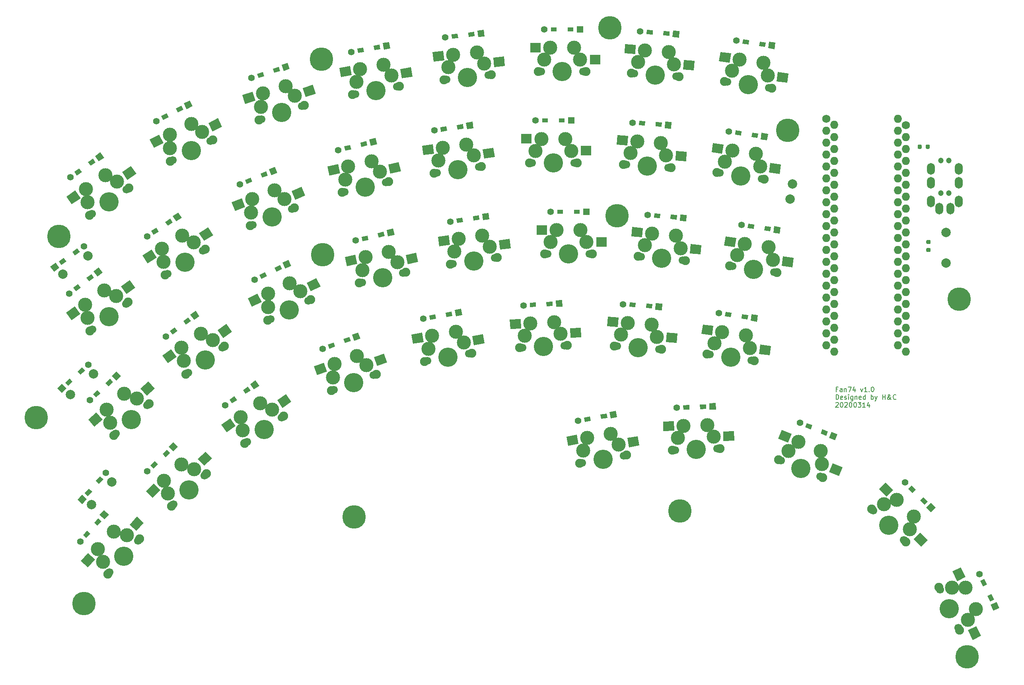
<source format=gts>
G04 #@! TF.GenerationSoftware,KiCad,Pcbnew,(5.1.5)-3*
G04 #@! TF.CreationDate,2020-03-17T07:33:31+09:00*
G04 #@! TF.ProjectId,fan,66616e2e-6b69-4636-9164-5f7063625858,v1.0*
G04 #@! TF.SameCoordinates,Original*
G04 #@! TF.FileFunction,Soldermask,Top*
G04 #@! TF.FilePolarity,Negative*
%FSLAX46Y46*%
G04 Gerber Fmt 4.6, Leading zero omitted, Abs format (unit mm)*
G04 Created by KiCad (PCBNEW (5.1.5)-3) date 2020-03-17 07:33:31*
%MOMM*%
%LPD*%
G04 APERTURE LIST*
%ADD10C,0.150000*%
%ADD11C,5.000000*%
%ADD12O,1.700000X2.500000*%
%ADD13C,1.200000*%
%ADD14C,0.100000*%
%ADD15C,1.397000*%
%ADD16C,3.000000*%
%ADD17C,4.100000*%
%ADD18C,1.900000*%
%ADD19C,1.700000*%
%ADD20R,1.397000X1.397000*%
%ADD21R,1.300000X0.950000*%
%ADD22R,2.300000X2.000000*%
%ADD23C,2.000000*%
%ADD24O,1.727200X1.727200*%
%ADD25C,1.727200*%
G04 APERTURE END LIST*
D10*
X175575203Y-82650672D02*
X175241870Y-82650672D01*
X175241870Y-83174481D02*
X175241870Y-82174481D01*
X175718060Y-82174481D01*
X176527584Y-83174481D02*
X176527584Y-82650672D01*
X176479965Y-82555434D01*
X176384727Y-82507815D01*
X176194251Y-82507815D01*
X176099013Y-82555434D01*
X176527584Y-83126862D02*
X176432346Y-83174481D01*
X176194251Y-83174481D01*
X176099013Y-83126862D01*
X176051394Y-83031624D01*
X176051394Y-82936386D01*
X176099013Y-82841148D01*
X176194251Y-82793529D01*
X176432346Y-82793529D01*
X176527584Y-82745910D01*
X177003775Y-82507815D02*
X177003775Y-83174481D01*
X177003775Y-82603053D02*
X177051394Y-82555434D01*
X177146632Y-82507815D01*
X177289489Y-82507815D01*
X177384727Y-82555434D01*
X177432346Y-82650672D01*
X177432346Y-83174481D01*
X177813298Y-82174481D02*
X178479965Y-82174481D01*
X178051394Y-83174481D01*
X179289489Y-82507815D02*
X179289489Y-83174481D01*
X179051394Y-82126862D02*
X178813298Y-82841148D01*
X179432346Y-82841148D01*
X180479965Y-82507815D02*
X180718060Y-83174481D01*
X180956155Y-82507815D01*
X181860917Y-83174481D02*
X181289489Y-83174481D01*
X181575203Y-83174481D02*
X181575203Y-82174481D01*
X181479965Y-82317339D01*
X181384727Y-82412577D01*
X181289489Y-82460196D01*
X182289489Y-83079243D02*
X182337108Y-83126862D01*
X182289489Y-83174481D01*
X182241870Y-83126862D01*
X182289489Y-83079243D01*
X182289489Y-83174481D01*
X182956155Y-82174481D02*
X183051394Y-82174481D01*
X183146632Y-82222101D01*
X183194251Y-82269720D01*
X183241870Y-82364958D01*
X183289489Y-82555434D01*
X183289489Y-82793529D01*
X183241870Y-82984005D01*
X183194251Y-83079243D01*
X183146632Y-83126862D01*
X183051394Y-83174481D01*
X182956155Y-83174481D01*
X182860917Y-83126862D01*
X182813298Y-83079243D01*
X182765679Y-82984005D01*
X182718060Y-82793529D01*
X182718060Y-82555434D01*
X182765679Y-82364958D01*
X182813298Y-82269720D01*
X182860917Y-82222101D01*
X182956155Y-82174481D01*
X175241870Y-84824481D02*
X175241870Y-83824481D01*
X175479965Y-83824481D01*
X175622822Y-83872101D01*
X175718060Y-83967339D01*
X175765679Y-84062577D01*
X175813298Y-84253053D01*
X175813298Y-84395910D01*
X175765679Y-84586386D01*
X175718060Y-84681624D01*
X175622822Y-84776862D01*
X175479965Y-84824481D01*
X175241870Y-84824481D01*
X176622822Y-84776862D02*
X176527584Y-84824481D01*
X176337108Y-84824481D01*
X176241870Y-84776862D01*
X176194251Y-84681624D01*
X176194251Y-84300672D01*
X176241870Y-84205434D01*
X176337108Y-84157815D01*
X176527584Y-84157815D01*
X176622822Y-84205434D01*
X176670441Y-84300672D01*
X176670441Y-84395910D01*
X176194251Y-84491148D01*
X177051394Y-84776862D02*
X177146632Y-84824481D01*
X177337108Y-84824481D01*
X177432346Y-84776862D01*
X177479965Y-84681624D01*
X177479965Y-84634005D01*
X177432346Y-84538767D01*
X177337108Y-84491148D01*
X177194251Y-84491148D01*
X177099013Y-84443529D01*
X177051394Y-84348291D01*
X177051394Y-84300672D01*
X177099013Y-84205434D01*
X177194251Y-84157815D01*
X177337108Y-84157815D01*
X177432346Y-84205434D01*
X177908536Y-84824481D02*
X177908536Y-84157815D01*
X177908536Y-83824481D02*
X177860917Y-83872101D01*
X177908536Y-83919720D01*
X177956155Y-83872101D01*
X177908536Y-83824481D01*
X177908536Y-83919720D01*
X178813298Y-84157815D02*
X178813298Y-84967339D01*
X178765679Y-85062577D01*
X178718060Y-85110196D01*
X178622822Y-85157815D01*
X178479965Y-85157815D01*
X178384727Y-85110196D01*
X178813298Y-84776862D02*
X178718060Y-84824481D01*
X178527584Y-84824481D01*
X178432346Y-84776862D01*
X178384727Y-84729243D01*
X178337108Y-84634005D01*
X178337108Y-84348291D01*
X178384727Y-84253053D01*
X178432346Y-84205434D01*
X178527584Y-84157815D01*
X178718060Y-84157815D01*
X178813298Y-84205434D01*
X179289489Y-84157815D02*
X179289489Y-84824481D01*
X179289489Y-84253053D02*
X179337108Y-84205434D01*
X179432346Y-84157815D01*
X179575203Y-84157815D01*
X179670441Y-84205434D01*
X179718060Y-84300672D01*
X179718060Y-84824481D01*
X180575203Y-84776862D02*
X180479965Y-84824481D01*
X180289489Y-84824481D01*
X180194251Y-84776862D01*
X180146632Y-84681624D01*
X180146632Y-84300672D01*
X180194251Y-84205434D01*
X180289489Y-84157815D01*
X180479965Y-84157815D01*
X180575203Y-84205434D01*
X180622822Y-84300672D01*
X180622822Y-84395910D01*
X180146632Y-84491148D01*
X181479965Y-84824481D02*
X181479965Y-83824481D01*
X181479965Y-84776862D02*
X181384727Y-84824481D01*
X181194251Y-84824481D01*
X181099013Y-84776862D01*
X181051394Y-84729243D01*
X181003775Y-84634005D01*
X181003775Y-84348291D01*
X181051394Y-84253053D01*
X181099013Y-84205434D01*
X181194251Y-84157815D01*
X181384727Y-84157815D01*
X181479965Y-84205434D01*
X182718060Y-84824481D02*
X182718060Y-83824481D01*
X182718060Y-84205434D02*
X182813298Y-84157815D01*
X183003775Y-84157815D01*
X183099013Y-84205434D01*
X183146632Y-84253053D01*
X183194251Y-84348291D01*
X183194251Y-84634005D01*
X183146632Y-84729243D01*
X183099013Y-84776862D01*
X183003775Y-84824481D01*
X182813298Y-84824481D01*
X182718060Y-84776862D01*
X183527584Y-84157815D02*
X183765679Y-84824481D01*
X184003775Y-84157815D02*
X183765679Y-84824481D01*
X183670441Y-85062577D01*
X183622822Y-85110196D01*
X183527584Y-85157815D01*
X185146632Y-84824481D02*
X185146632Y-83824481D01*
X185146632Y-84300672D02*
X185718060Y-84300672D01*
X185718060Y-84824481D02*
X185718060Y-83824481D01*
X187003775Y-84824481D02*
X186956155Y-84824481D01*
X186860917Y-84776862D01*
X186718060Y-84634005D01*
X186479965Y-84348291D01*
X186384727Y-84205434D01*
X186337108Y-84062577D01*
X186337108Y-83967339D01*
X186384727Y-83872101D01*
X186479965Y-83824481D01*
X186527584Y-83824481D01*
X186622822Y-83872101D01*
X186670441Y-83967339D01*
X186670441Y-84014958D01*
X186622822Y-84110196D01*
X186575203Y-84157815D01*
X186289489Y-84348291D01*
X186241870Y-84395910D01*
X186194251Y-84491148D01*
X186194251Y-84634005D01*
X186241870Y-84729243D01*
X186289489Y-84776862D01*
X186384727Y-84824481D01*
X186527584Y-84824481D01*
X186622822Y-84776862D01*
X186670441Y-84729243D01*
X186813298Y-84538767D01*
X186860917Y-84395910D01*
X186860917Y-84300672D01*
X188003775Y-84729243D02*
X187956155Y-84776862D01*
X187813298Y-84824481D01*
X187718060Y-84824481D01*
X187575203Y-84776862D01*
X187479965Y-84681624D01*
X187432346Y-84586386D01*
X187384727Y-84395910D01*
X187384727Y-84253053D01*
X187432346Y-84062577D01*
X187479965Y-83967339D01*
X187575203Y-83872101D01*
X187718060Y-83824481D01*
X187813298Y-83824481D01*
X187956155Y-83872101D01*
X188003775Y-83919720D01*
X175194251Y-85569720D02*
X175241870Y-85522101D01*
X175337108Y-85474481D01*
X175575203Y-85474481D01*
X175670441Y-85522101D01*
X175718060Y-85569720D01*
X175765679Y-85664958D01*
X175765679Y-85760196D01*
X175718060Y-85903053D01*
X175146632Y-86474481D01*
X175765679Y-86474481D01*
X176384727Y-85474481D02*
X176479965Y-85474481D01*
X176575203Y-85522101D01*
X176622822Y-85569720D01*
X176670441Y-85664958D01*
X176718060Y-85855434D01*
X176718060Y-86093529D01*
X176670441Y-86284005D01*
X176622822Y-86379243D01*
X176575203Y-86426862D01*
X176479965Y-86474481D01*
X176384727Y-86474481D01*
X176289489Y-86426862D01*
X176241870Y-86379243D01*
X176194251Y-86284005D01*
X176146632Y-86093529D01*
X176146632Y-85855434D01*
X176194251Y-85664958D01*
X176241870Y-85569720D01*
X176289489Y-85522101D01*
X176384727Y-85474481D01*
X177099013Y-85569720D02*
X177146632Y-85522101D01*
X177241870Y-85474481D01*
X177479965Y-85474481D01*
X177575203Y-85522101D01*
X177622822Y-85569720D01*
X177670441Y-85664958D01*
X177670441Y-85760196D01*
X177622822Y-85903053D01*
X177051394Y-86474481D01*
X177670441Y-86474481D01*
X178289489Y-85474481D02*
X178384727Y-85474481D01*
X178479965Y-85522101D01*
X178527584Y-85569720D01*
X178575203Y-85664958D01*
X178622822Y-85855434D01*
X178622822Y-86093529D01*
X178575203Y-86284005D01*
X178527584Y-86379243D01*
X178479965Y-86426862D01*
X178384727Y-86474481D01*
X178289489Y-86474481D01*
X178194251Y-86426862D01*
X178146632Y-86379243D01*
X178099013Y-86284005D01*
X178051394Y-86093529D01*
X178051394Y-85855434D01*
X178099013Y-85664958D01*
X178146632Y-85569720D01*
X178194251Y-85522101D01*
X178289489Y-85474481D01*
X179241870Y-85474481D02*
X179337108Y-85474481D01*
X179432346Y-85522101D01*
X179479965Y-85569720D01*
X179527584Y-85664958D01*
X179575203Y-85855434D01*
X179575203Y-86093529D01*
X179527584Y-86284005D01*
X179479965Y-86379243D01*
X179432346Y-86426862D01*
X179337108Y-86474481D01*
X179241870Y-86474481D01*
X179146632Y-86426862D01*
X179099013Y-86379243D01*
X179051394Y-86284005D01*
X179003775Y-86093529D01*
X179003775Y-85855434D01*
X179051394Y-85664958D01*
X179099013Y-85569720D01*
X179146632Y-85522101D01*
X179241870Y-85474481D01*
X179908536Y-85474481D02*
X180527584Y-85474481D01*
X180194251Y-85855434D01*
X180337108Y-85855434D01*
X180432346Y-85903053D01*
X180479965Y-85950672D01*
X180527584Y-86045910D01*
X180527584Y-86284005D01*
X180479965Y-86379243D01*
X180432346Y-86426862D01*
X180337108Y-86474481D01*
X180051394Y-86474481D01*
X179956155Y-86426862D01*
X179908536Y-86379243D01*
X181479965Y-86474481D02*
X180908536Y-86474481D01*
X181194251Y-86474481D02*
X181194251Y-85474481D01*
X181099013Y-85617339D01*
X181003775Y-85712577D01*
X180908536Y-85760196D01*
X182337108Y-85807815D02*
X182337108Y-86474481D01*
X182099013Y-85426862D02*
X181860917Y-86141148D01*
X182479965Y-86141148D01*
D11*
X164929000Y-27489000D03*
X142028329Y-108569541D03*
X5002000Y-88685000D03*
X65725692Y-12299696D03*
X127102649Y-5645937D03*
X9802000Y-50085000D03*
X72628327Y-109869542D03*
X15146651Y-128287934D03*
X128652649Y-45695934D03*
X65952649Y-53995933D03*
X203153649Y-139709608D03*
X201402000Y-63485000D03*
D12*
X197172000Y-44185000D03*
X195422000Y-35685000D03*
X199622000Y-44185000D03*
D13*
X197522000Y-40885000D03*
D12*
X201372000Y-42685000D03*
X201372000Y-38685000D03*
D13*
X199272000Y-40885000D03*
D12*
X199622000Y-44185000D03*
X195422000Y-42685000D03*
X201372000Y-42685000D03*
X201372000Y-35685000D03*
D13*
X199272000Y-33885000D03*
X197522000Y-33885000D03*
X197522000Y-40885000D03*
D12*
X195422000Y-35685000D03*
X201372000Y-35685000D03*
X197172000Y-44185000D03*
X195422000Y-38685000D03*
X201372000Y-38685000D03*
X195422000Y-42685000D03*
D13*
X199272000Y-40885000D03*
D12*
X195422000Y-38685000D03*
D13*
X199272000Y-33885000D03*
X197522000Y-33885000D03*
D14*
G36*
X149643930Y-85606000D02*
G01*
X149692685Y-87002149D01*
X148296536Y-87050904D01*
X148247781Y-85654755D01*
X149643930Y-85606000D01*
G37*
D15*
X141354874Y-86594387D03*
D14*
G36*
X147569499Y-85902078D02*
G01*
X147602653Y-86851499D01*
X146303445Y-86896868D01*
X146270291Y-85947447D01*
X147569499Y-85902078D01*
G37*
G36*
X144021662Y-86025971D02*
G01*
X144054816Y-86975392D01*
X142755608Y-87020761D01*
X142722454Y-86071340D01*
X144021662Y-86025971D01*
G37*
G36*
X153496744Y-91593687D02*
G01*
X153566543Y-93592468D01*
X151267944Y-93672737D01*
X151198145Y-91673956D01*
X153496744Y-91593687D01*
G37*
G36*
X140715836Y-89498458D02*
G01*
X140785635Y-91497239D01*
X138487036Y-91577508D01*
X138417237Y-89578727D01*
X140715836Y-89498458D01*
G37*
D16*
X141580325Y-93050451D03*
X142760907Y-90467676D03*
X149195683Y-92784516D03*
X147837812Y-90290387D03*
D17*
X145476649Y-95455937D03*
D18*
X150553554Y-95278648D03*
X140399744Y-95633226D03*
D19*
X140979390Y-95612985D03*
X149973908Y-95298889D03*
D14*
G36*
X210011995Y-129253605D02*
G01*
X208756380Y-129866010D01*
X208143975Y-128610395D01*
X209399590Y-127997990D01*
X210011995Y-129253605D01*
G37*
D15*
X205737597Y-122083189D03*
D14*
G36*
X208897768Y-127478944D02*
G01*
X208043914Y-127895396D01*
X207474032Y-126726964D01*
X208327886Y-126310512D01*
X208897768Y-127478944D01*
G37*
G36*
X207341551Y-124288225D02*
G01*
X206487697Y-124704677D01*
X205917815Y-123536245D01*
X206771669Y-123119793D01*
X207341551Y-124288225D01*
G37*
G36*
X206109053Y-135208738D02*
G01*
X204311465Y-136085480D01*
X203303211Y-134018254D01*
X205100799Y-133141512D01*
X206109053Y-135208738D01*
G37*
G36*
X202824676Y-122680591D02*
G01*
X201027088Y-123557333D01*
X200018834Y-121490107D01*
X201816422Y-120613365D01*
X202824676Y-122680591D01*
G37*
D16*
X199931388Y-124915067D03*
X202771056Y-124943073D03*
X203271777Y-131763877D03*
X204997981Y-129508946D03*
D17*
X199318645Y-129452935D03*
D18*
X201545570Y-134018809D03*
X197091720Y-124887061D03*
D19*
X197345975Y-125408362D03*
X201291315Y-133497508D03*
D20*
X120762648Y-5995937D03*
D15*
X113142648Y-5995937D03*
D21*
X118727648Y-5995937D03*
X115177648Y-5995937D03*
D22*
X123952648Y-12415937D03*
X111252648Y-9875937D03*
D16*
X113142648Y-12455937D03*
X114412648Y-9915937D03*
X120762648Y-12455936D03*
X119492648Y-9915937D03*
D17*
X116952648Y-14995937D03*
D18*
X122032648Y-14995937D03*
X111872648Y-14995937D03*
D19*
X112452648Y-14995937D03*
X121452648Y-14995937D03*
D14*
G36*
X175537981Y-92259555D02*
G01*
X175014655Y-93554831D01*
X173719379Y-93031505D01*
X174242705Y-91736229D01*
X175537981Y-92259555D01*
G37*
D15*
X167563539Y-89791028D03*
D14*
G36*
X173522469Y-91686288D02*
G01*
X173166592Y-92567113D01*
X171961253Y-92080124D01*
X172317130Y-91199299D01*
X173522469Y-91686288D01*
G37*
G36*
X170230966Y-90356435D02*
G01*
X169875089Y-91237260D01*
X168669750Y-90750271D01*
X169025627Y-89869446D01*
X170230966Y-90356435D01*
G37*
G36*
X176622290Y-99296660D02*
G01*
X175873077Y-101151027D01*
X173740554Y-100289432D01*
X174489767Y-98435065D01*
X176622290Y-99296660D01*
G37*
G36*
X165798556Y-92184109D02*
G01*
X165049343Y-94038476D01*
X162916820Y-93176881D01*
X163666033Y-91322514D01*
X165798556Y-92184109D01*
G37*
D16*
X165143580Y-95780636D03*
X167272605Y-93901339D03*
X172208722Y-98635137D03*
X171982698Y-95804341D03*
D17*
X167724650Y-99562934D03*
D18*
X172434744Y-101465935D03*
X163014556Y-97659933D03*
D19*
X163552323Y-97877204D03*
X171896977Y-101248664D03*
D20*
X122097651Y-44847930D03*
D15*
X114477651Y-44847930D03*
D21*
X120062651Y-44847930D03*
X116512651Y-44847930D03*
D22*
X125287651Y-51267930D03*
X112587651Y-48727930D03*
D16*
X114477651Y-51307930D03*
X115747651Y-48767930D03*
X122097651Y-51307929D03*
X120827651Y-48767930D03*
D17*
X118287651Y-53847930D03*
D18*
X123367651Y-53847930D03*
X113207651Y-53847930D03*
D19*
X113787651Y-53847930D03*
X122787651Y-53847930D03*
D20*
X118862649Y-25395935D03*
D15*
X111242649Y-25395935D03*
D21*
X116827649Y-25395935D03*
X113277649Y-25395935D03*
D22*
X122052649Y-31815935D03*
X109352649Y-29275935D03*
D16*
X111242649Y-31855935D03*
X112512649Y-29315935D03*
X118862649Y-31855934D03*
X117592649Y-29315935D03*
D17*
X115052649Y-34395935D03*
D18*
X120132649Y-34395935D03*
X109972649Y-34395935D03*
D19*
X110552649Y-34395935D03*
X119552649Y-34395935D03*
D14*
G36*
X143489272Y-45527280D02*
G01*
X143367516Y-46918964D01*
X141975832Y-46797208D01*
X142097588Y-45405524D01*
X143489272Y-45527280D01*
G37*
D15*
X135141549Y-45498117D03*
D14*
G36*
X141394222Y-45568341D02*
G01*
X141311424Y-46514726D01*
X140016370Y-46401423D01*
X140099168Y-45455038D01*
X141394222Y-45568341D01*
G37*
G36*
X137857731Y-45258938D02*
G01*
X137774933Y-46205323D01*
X136479879Y-46092020D01*
X136562677Y-45145635D01*
X137857731Y-45258938D01*
G37*
G36*
X146583654Y-51939875D02*
G01*
X146409342Y-53932265D01*
X144118094Y-53731807D01*
X144292406Y-51739417D01*
X146583654Y-51939875D01*
G37*
G36*
X134153357Y-48302662D02*
G01*
X133979045Y-50295052D01*
X131687797Y-50094594D01*
X131862109Y-48102204D01*
X134153357Y-48302662D01*
G37*
D16*
X134578523Y-51933535D03*
X136065066Y-49513888D03*
X142169526Y-52597661D03*
X141125735Y-49956640D03*
D17*
X138152649Y-54795933D03*
D18*
X143213318Y-55238684D03*
X133091980Y-54353182D03*
D19*
X133669773Y-54403732D03*
X142635525Y-55188134D03*
D14*
G36*
X19447806Y-108438555D02*
G01*
X20485979Y-109373330D01*
X19551204Y-110411503D01*
X18513031Y-109476728D01*
X19447806Y-108438555D01*
G37*
D15*
X14400730Y-115087792D03*
D14*
G36*
X18219765Y-110136447D02*
G01*
X18925753Y-110772121D01*
X18055883Y-111738209D01*
X17349895Y-111102535D01*
X18219765Y-110136447D01*
G37*
G36*
X15844352Y-112774612D02*
G01*
X16550340Y-113410286D01*
X15680470Y-114376374D01*
X14974482Y-113740700D01*
X15844352Y-112774612D01*
G37*
G36*
X26431377Y-109826468D02*
G01*
X27917667Y-111164729D01*
X26378667Y-112873962D01*
X24892377Y-111535701D01*
X26431377Y-109826468D01*
G37*
G36*
X16045830Y-117564816D02*
G01*
X17532120Y-118903077D01*
X15993120Y-120612310D01*
X14506830Y-119274049D01*
X16045830Y-117564816D01*
G37*
D16*
X19201446Y-119410376D03*
X18163654Y-116766990D03*
X24300220Y-113747612D03*
X21562837Y-112991815D03*
D17*
X23638421Y-118278586D03*
D18*
X27037604Y-114503410D03*
X20239238Y-122053762D03*
D19*
X20627333Y-121622738D03*
X26649509Y-114934434D03*
D14*
G36*
X196414939Y-107823287D02*
G01*
X195444501Y-108828205D01*
X194439583Y-107857767D01*
X195410021Y-106852849D01*
X196414939Y-107823287D01*
G37*
D15*
X189945892Y-102547230D03*
D14*
G36*
X194760938Y-106536739D02*
G01*
X194101012Y-107220111D01*
X193165870Y-106317055D01*
X193825796Y-105633683D01*
X194760938Y-106536739D01*
G37*
G36*
X192207282Y-104070702D02*
G01*
X191547356Y-104754074D01*
X190612214Y-103851018D01*
X191272140Y-103167646D01*
X192207282Y-104070702D01*
G37*
G36*
X194784147Y-114754166D02*
G01*
X193394830Y-116192846D01*
X191740349Y-114595132D01*
X193129666Y-113156452D01*
X194784147Y-114754166D01*
G37*
G36*
X187412964Y-104104882D02*
G01*
X186023647Y-105543562D01*
X184369166Y-103945848D01*
X185758483Y-102507168D01*
X187412964Y-104104882D01*
G37*
D16*
X185458399Y-107194166D03*
X188136392Y-106249259D03*
X190939769Y-112487462D03*
X191790639Y-109778123D03*
D17*
X186434651Y-111667937D03*
D18*
X190088897Y-115196802D03*
X182780405Y-108139072D03*
D19*
X183197622Y-108541974D03*
X189671680Y-114793900D03*
D14*
G36*
X141926699Y-6335556D02*
G01*
X141829250Y-7729153D01*
X140435653Y-7631704D01*
X140533102Y-6238107D01*
X141926699Y-6335556D01*
G37*
D15*
X133579738Y-6452085D03*
D14*
G36*
X139832684Y-6413174D02*
G01*
X139766415Y-7360860D01*
X138469582Y-7270176D01*
X138535851Y-6322490D01*
X139832684Y-6413174D01*
G37*
G36*
X136291332Y-6165539D02*
G01*
X136225063Y-7113225D01*
X134928230Y-7022541D01*
X134994499Y-6074855D01*
X136291332Y-6165539D01*
G37*
G36*
X145132524Y-12693170D02*
G01*
X144993011Y-14688298D01*
X142698614Y-14527858D01*
X142838127Y-12532730D01*
X145132524Y-12693170D01*
G37*
G36*
X132640642Y-9273450D02*
G01*
X132501129Y-11268578D01*
X130206732Y-11108138D01*
X130346245Y-9113010D01*
X132640642Y-9273450D01*
G37*
D16*
X133129111Y-12896349D03*
X134573199Y-10451127D03*
X140730550Y-13427892D03*
X139640825Y-10805490D03*
D17*
X136752649Y-15695934D03*
D18*
X141820274Y-16050297D03*
X131685024Y-15341571D03*
D19*
X132263611Y-15382030D03*
X141241687Y-16009838D03*
D14*
G36*
X163467043Y-48119282D02*
G01*
X163272618Y-49502687D01*
X161889213Y-49308262D01*
X162083638Y-47924857D01*
X163467043Y-48119282D01*
G37*
D15*
X155132286Y-47653273D03*
D14*
G36*
X161372714Y-48050640D02*
G01*
X161240500Y-48991395D01*
X159953152Y-48810470D01*
X160085366Y-47869715D01*
X161372714Y-48050640D01*
G37*
G36*
X157857262Y-47556575D02*
G01*
X157725048Y-48497330D01*
X156437700Y-48316405D01*
X156569914Y-47375650D01*
X157857262Y-47556575D01*
G37*
G36*
X166221573Y-54685036D02*
G01*
X165943227Y-56665572D01*
X163665611Y-56345474D01*
X163943957Y-54364938D01*
X166221573Y-54685036D01*
G37*
G36*
X153998668Y-50402257D02*
G01*
X153720322Y-52382793D01*
X151442706Y-52062695D01*
X151721052Y-50082159D01*
X153998668Y-50402257D01*
G37*
D16*
X154233227Y-54050405D03*
X155844367Y-51711874D03*
X161779070Y-55110903D03*
X160874929Y-52418873D03*
D17*
X157652649Y-57095935D03*
D18*
X162683211Y-57802934D03*
X152622087Y-56388936D03*
D19*
X153196443Y-56469656D03*
X162108855Y-57722214D03*
D14*
G36*
X158627043Y-66900285D02*
G01*
X158432618Y-68283690D01*
X157049213Y-68089265D01*
X157243638Y-66705860D01*
X158627043Y-66900285D01*
G37*
D15*
X150292286Y-66434276D03*
D14*
G36*
X156532714Y-66831643D02*
G01*
X156400500Y-67772398D01*
X155113152Y-67591473D01*
X155245366Y-66650718D01*
X156532714Y-66831643D01*
G37*
G36*
X153017262Y-66337578D02*
G01*
X152885048Y-67278333D01*
X151597700Y-67097408D01*
X151729914Y-66156653D01*
X153017262Y-66337578D01*
G37*
G36*
X161381573Y-73466039D02*
G01*
X161103227Y-75446575D01*
X158825611Y-75126477D01*
X159103957Y-73145941D01*
X161381573Y-73466039D01*
G37*
G36*
X149158668Y-69183260D02*
G01*
X148880322Y-71163796D01*
X146602706Y-70843698D01*
X146881052Y-68863162D01*
X149158668Y-69183260D01*
G37*
D16*
X149393227Y-72831408D03*
X151004367Y-70492877D03*
X156939070Y-73891906D03*
X156034929Y-71199876D03*
D17*
X152812649Y-75876938D03*
D18*
X157843211Y-76583937D03*
X147782087Y-75169939D03*
D19*
X148356443Y-75250659D03*
X157268855Y-76503217D03*
D14*
G36*
X160767042Y-28219281D02*
G01*
X160572617Y-29602686D01*
X159189212Y-29408261D01*
X159383637Y-28024856D01*
X160767042Y-28219281D01*
G37*
D15*
X152432285Y-27753272D03*
D14*
G36*
X158672713Y-28150639D02*
G01*
X158540499Y-29091394D01*
X157253151Y-28910469D01*
X157385365Y-27969714D01*
X158672713Y-28150639D01*
G37*
G36*
X155157261Y-27656574D02*
G01*
X155025047Y-28597329D01*
X153737699Y-28416404D01*
X153869913Y-27475649D01*
X155157261Y-27656574D01*
G37*
G36*
X163521572Y-34785035D02*
G01*
X163243226Y-36765571D01*
X160965610Y-36445473D01*
X161243956Y-34464937D01*
X163521572Y-34785035D01*
G37*
G36*
X151298667Y-30502256D02*
G01*
X151020321Y-32482792D01*
X148742705Y-32162694D01*
X149021051Y-30182158D01*
X151298667Y-30502256D01*
G37*
D16*
X151533226Y-34150404D03*
X153144366Y-31811873D03*
X159079069Y-35210902D03*
X158174928Y-32518872D03*
D17*
X154952648Y-37195934D03*
D18*
X159983210Y-37902933D03*
X149922086Y-36488935D03*
D19*
X150496442Y-36569655D03*
X159408854Y-37822213D03*
D14*
G36*
X58543485Y-13078911D02*
G01*
X58975181Y-14407537D01*
X57646555Y-14839233D01*
X57214859Y-13510607D01*
X58543485Y-13078911D01*
G37*
D15*
X50847970Y-16313781D03*
D14*
G36*
X56631024Y-13935308D02*
G01*
X56924590Y-14838812D01*
X55688216Y-15240534D01*
X55394650Y-14337030D01*
X56631024Y-13935308D01*
G37*
G36*
X53254774Y-15032319D02*
G01*
X53548340Y-15935823D01*
X52311966Y-16337545D01*
X52018400Y-15434041D01*
X53254774Y-15032319D01*
G37*
G36*
X63897478Y-17772664D02*
G01*
X64515512Y-19674777D01*
X62328082Y-20385516D01*
X61710048Y-18483403D01*
X63897478Y-17772664D01*
G37*
G36*
X51034157Y-19281497D02*
G01*
X51652191Y-21183610D01*
X49464761Y-21894349D01*
X48846727Y-19992236D01*
X51034157Y-19281497D01*
G37*
D16*
X52844220Y-22457606D03*
X53267158Y-19649471D03*
X60091270Y-20102896D03*
X58098525Y-18079665D03*
D17*
X57252648Y-23695935D03*
D18*
X62084015Y-22126129D03*
X52421281Y-25265741D03*
D19*
X52972894Y-25086511D03*
X61532402Y-22305359D03*
D14*
G36*
X34237532Y-93964809D02*
G01*
X35190283Y-94986510D01*
X34168582Y-95939261D01*
X33215831Y-94917560D01*
X34237532Y-93964809D01*
G37*
D15*
X28630142Y-100148862D03*
D14*
G36*
X32866184Y-95549210D02*
G01*
X33514082Y-96243996D01*
X32563322Y-97130594D01*
X31915424Y-96435808D01*
X32866184Y-95549210D01*
G37*
G36*
X30269878Y-97970304D02*
G01*
X30917776Y-98665090D01*
X29967016Y-99551688D01*
X29319118Y-98856902D01*
X30269878Y-97970304D01*
G37*
G36*
X41073563Y-95956099D02*
G01*
X42437560Y-97418807D01*
X40755447Y-98987403D01*
X39391450Y-97524695D01*
X41073563Y-95956099D01*
G37*
G36*
X30053095Y-102759840D02*
G01*
X31417092Y-104222548D01*
X29734979Y-105791144D01*
X28370982Y-104328436D01*
X30053095Y-102759840D01*
G37*
D16*
X33035852Y-104873407D03*
X32232395Y-102149631D03*
X38608766Y-99676579D03*
X35947672Y-98685079D03*
D17*
X37554585Y-104132632D03*
D18*
X41269862Y-100668080D03*
X33839308Y-107597184D03*
D19*
X34263493Y-107201625D03*
X40845677Y-101063639D03*
D14*
G36*
X51676964Y-80753418D02*
G01*
X52478250Y-81897774D01*
X51333894Y-82699060D01*
X50532608Y-81554704D01*
X51676964Y-80753418D01*
G37*
D15*
X45263491Y-86096892D03*
D14*
G36*
X50098455Y-82131545D02*
G01*
X50643353Y-82909740D01*
X49578455Y-83655389D01*
X49033557Y-82877194D01*
X50098455Y-82131545D01*
G37*
G36*
X47190465Y-84167742D02*
G01*
X47735363Y-84945937D01*
X46670465Y-85691586D01*
X46125567Y-84913391D01*
X47190465Y-84167742D01*
G37*
G36*
X58169333Y-83676722D02*
G01*
X59316486Y-85315026D01*
X57432437Y-86634252D01*
X56285284Y-84995948D01*
X58169333Y-83676722D01*
G37*
G36*
X46309218Y-88880496D02*
G01*
X47456371Y-90518800D01*
X45572322Y-91838026D01*
X44425169Y-90199722D01*
X46309218Y-88880496D01*
G37*
D16*
X48968795Y-91388614D03*
X48552234Y-88579526D03*
X55210733Y-87017961D03*
X52713526Y-85665757D03*
D17*
X53546648Y-91283934D03*
D18*
X57707940Y-88370166D03*
X49385356Y-94197702D03*
D19*
X49860464Y-93865028D03*
X57232832Y-88702840D03*
D14*
G36*
X101270502Y-45075361D02*
G01*
X101464927Y-46458766D01*
X100081522Y-46653191D01*
X99887097Y-45269786D01*
X101270502Y-45075361D01*
G37*
D15*
X93130170Y-46924775D03*
D14*
G36*
X99238384Y-45586653D02*
G01*
X99370598Y-46527408D01*
X98083250Y-46708333D01*
X97951036Y-45767578D01*
X99238384Y-45586653D01*
G37*
G36*
X95722932Y-46080718D02*
G01*
X95855146Y-47021473D01*
X94567798Y-47202398D01*
X94435584Y-46261643D01*
X95722932Y-46080718D01*
G37*
G36*
X105728094Y-50627518D02*
G01*
X106006440Y-52608054D01*
X103728824Y-52928152D01*
X103450478Y-50947616D01*
X105728094Y-50627518D01*
G37*
G36*
X92798190Y-49879735D02*
G01*
X93076536Y-51860271D01*
X90798920Y-52180369D01*
X90520574Y-50199833D01*
X92798190Y-49879735D01*
G37*
D16*
X94029228Y-53321907D03*
X94933369Y-50629876D03*
X101575071Y-52261407D03*
X99963931Y-49922877D03*
D17*
X98155649Y-55306938D03*
D18*
X103186211Y-54599939D03*
X93125087Y-56013937D03*
D19*
X93699443Y-55933217D03*
X102611855Y-54680659D03*
D14*
G36*
X58689319Y-55077588D02*
G01*
X59301724Y-56333203D01*
X58046109Y-56945608D01*
X57433704Y-55689993D01*
X58689319Y-55077588D01*
G37*
D15*
X51518903Y-59351986D03*
D14*
G36*
X56914658Y-56191815D02*
G01*
X57331110Y-57045669D01*
X56162678Y-57615551D01*
X55746226Y-56761697D01*
X56914658Y-56191815D01*
G37*
G36*
X53723939Y-57748032D02*
G01*
X54140391Y-58601886D01*
X52971959Y-59171768D01*
X52555507Y-58317914D01*
X53723939Y-57748032D01*
G37*
G36*
X64644452Y-58980530D02*
G01*
X65521194Y-60778118D01*
X63453968Y-61786372D01*
X62577226Y-59988784D01*
X64644452Y-58980530D01*
G37*
G36*
X52116305Y-62264907D02*
G01*
X52993047Y-64062495D01*
X50925821Y-65070749D01*
X50049079Y-63273161D01*
X52116305Y-62264907D01*
G37*
D16*
X54350781Y-65158195D03*
X54378787Y-62318527D03*
X61199591Y-61817806D03*
X58944660Y-60091602D03*
D17*
X58888649Y-65770938D03*
D18*
X63454523Y-63544013D03*
X54322775Y-67997863D03*
D19*
X54844076Y-67743608D03*
X62933222Y-63798268D03*
D14*
G36*
X37666725Y-21107695D02*
G01*
X38300949Y-22352431D01*
X37056213Y-22986655D01*
X36421989Y-21741919D01*
X37666725Y-21107695D01*
G37*
D15*
X30572000Y-25506583D03*
D14*
G36*
X35911780Y-22252724D02*
G01*
X36343071Y-23099180D01*
X35184762Y-23689368D01*
X34753471Y-22842912D01*
X35911780Y-22252724D01*
G37*
G36*
X32748707Y-23864390D02*
G01*
X33179998Y-24710846D01*
X32021689Y-25301034D01*
X31590398Y-24454578D01*
X32748707Y-23864390D01*
G37*
G36*
X43689066Y-24906112D02*
G01*
X44597047Y-26688125D01*
X42547732Y-27732304D01*
X41639751Y-25950291D01*
X43689066Y-24906112D01*
G37*
G36*
X31220147Y-28408634D02*
G01*
X32128128Y-30190647D01*
X30078813Y-31234826D01*
X29170832Y-29452813D01*
X31220147Y-28408634D01*
G37*
D16*
X33504778Y-31262485D03*
X33483221Y-28422761D03*
X40294248Y-27803077D03*
X38009534Y-26116489D03*
D17*
X38052649Y-31795938D03*
D18*
X42578962Y-29489666D03*
X33526336Y-34102210D03*
D19*
X34043120Y-33838895D03*
X42062178Y-29752981D03*
D14*
G36*
X80947908Y-48430818D02*
G01*
X81262165Y-49792013D01*
X79900970Y-50106270D01*
X79586713Y-48745075D01*
X80947908Y-48430818D01*
G37*
D15*
X72999740Y-50982671D03*
D14*
G36*
X78968085Y-49117275D02*
G01*
X79181788Y-50042927D01*
X77915107Y-50335363D01*
X77701404Y-49409711D01*
X78968085Y-49117275D01*
G37*
G36*
X75509072Y-49915852D02*
G01*
X75722775Y-50841504D01*
X74456094Y-51133940D01*
X74242391Y-50208288D01*
X75509072Y-49915852D01*
G37*
G36*
X85872441Y-53573342D02*
G01*
X86322343Y-55522082D01*
X84081291Y-56039470D01*
X83631389Y-54090730D01*
X85872441Y-53573342D01*
G37*
G36*
X72926565Y-53955320D02*
G01*
X73376467Y-55904060D01*
X71135415Y-56421448D01*
X70685513Y-54472708D01*
X72926565Y-53955320D01*
G37*
D16*
X74452923Y-57277102D03*
X75118998Y-54516514D03*
X81877623Y-55562974D03*
X80068798Y-53373762D03*
D17*
X78736649Y-58894938D03*
D18*
X83686449Y-57752187D03*
X73786849Y-60037689D03*
D19*
X74351984Y-59907218D03*
X83121314Y-57882658D03*
D14*
G36*
X35204614Y-44987582D02*
G01*
X35965475Y-46159205D01*
X34793852Y-46920066D01*
X34032991Y-45748443D01*
X35204614Y-44987582D01*
G37*
D15*
X28608563Y-50103974D03*
D14*
G36*
X33578970Y-46309781D02*
G01*
X34096377Y-47106518D01*
X33006106Y-47814549D01*
X32488699Y-47017812D01*
X33578970Y-46309781D01*
G37*
G36*
X30601689Y-48243249D02*
G01*
X31119096Y-49039986D01*
X30028825Y-49748017D01*
X29511418Y-48951280D01*
X30601689Y-48243249D01*
G37*
G36*
X41591006Y-48135686D02*
G01*
X42680284Y-49813027D01*
X40751342Y-51065696D01*
X39662064Y-49388355D01*
X41591006Y-48135686D01*
G37*
G36*
X29556507Y-52922378D02*
G01*
X30645785Y-54599719D01*
X28716843Y-55852388D01*
X27627565Y-54175047D01*
X29556507Y-52922378D01*
G37*
D16*
X32126931Y-55521785D03*
X31808659Y-52699871D03*
X38517600Y-51371635D03*
X36069106Y-49933104D03*
D17*
X36705649Y-55576934D03*
D18*
X40966095Y-52810168D03*
X32445203Y-58343700D03*
D19*
X32931631Y-58027810D03*
X40479667Y-53126058D03*
D14*
G36*
X22126555Y-78888769D02*
G01*
X23061330Y-79926942D01*
X22023157Y-80861717D01*
X21088382Y-79823544D01*
X22126555Y-78888769D01*
G37*
D15*
X16412093Y-84974018D03*
D14*
G36*
X20727764Y-80448995D02*
G01*
X21363438Y-81154983D01*
X20397350Y-82024853D01*
X19761676Y-81318865D01*
X20727764Y-80448995D01*
G37*
G36*
X18089599Y-82824408D02*
G01*
X18725273Y-83530396D01*
X17759185Y-84400266D01*
X17123511Y-83694278D01*
X18089599Y-82824408D01*
G37*
G36*
X28926793Y-80999061D02*
G01*
X30265054Y-82485351D01*
X28555821Y-84024351D01*
X27217560Y-82538061D01*
X28926793Y-80999061D01*
G37*
G36*
X17789262Y-87609432D02*
G01*
X19127523Y-89095722D01*
X17418290Y-90634722D01*
X16080029Y-89148432D01*
X17789262Y-87609432D01*
G37*
D16*
X20734676Y-89774734D03*
X19978879Y-87037350D03*
X26397439Y-84675958D03*
X23754054Y-83638167D03*
D17*
X25265650Y-89112934D03*
D18*
X29040826Y-85713751D03*
X21490474Y-92512117D03*
D19*
X21921498Y-92124022D03*
X28609802Y-86101846D03*
D14*
G36*
X97867502Y-25664357D02*
G01*
X98061927Y-27047762D01*
X96678522Y-27242187D01*
X96484097Y-25858782D01*
X97867502Y-25664357D01*
G37*
D15*
X89727170Y-27513771D03*
D14*
G36*
X95835384Y-26175649D02*
G01*
X95967598Y-27116404D01*
X94680250Y-27297329D01*
X94548036Y-26356574D01*
X95835384Y-26175649D01*
G37*
G36*
X92319932Y-26669714D02*
G01*
X92452146Y-27610469D01*
X91164798Y-27791394D01*
X91032584Y-26850639D01*
X92319932Y-26669714D01*
G37*
G36*
X102325094Y-31216514D02*
G01*
X102603440Y-33197050D01*
X100325824Y-33517148D01*
X100047478Y-31536612D01*
X102325094Y-31216514D01*
G37*
G36*
X89395190Y-30468731D02*
G01*
X89673536Y-32449267D01*
X87395920Y-32769365D01*
X87117574Y-30788829D01*
X89395190Y-30468731D01*
G37*
D16*
X90626228Y-33910903D03*
X91530369Y-31218872D03*
X98172071Y-32850403D03*
X96560931Y-30511873D03*
D17*
X94752649Y-35895934D03*
D18*
X99783211Y-35188935D03*
X89722087Y-36602933D03*
D19*
X90296443Y-36522213D03*
X99208855Y-35269655D03*
D14*
G36*
X55808733Y-35245730D02*
G01*
X56332059Y-36541006D01*
X55036783Y-37064332D01*
X54513457Y-35769056D01*
X55808733Y-35245730D01*
G37*
D15*
X48357617Y-39009533D03*
D14*
G36*
X53960670Y-36233449D02*
G01*
X54316547Y-37114274D01*
X53111208Y-37601263D01*
X52755331Y-36720438D01*
X53960670Y-36233449D01*
G37*
G36*
X50669167Y-37563302D02*
G01*
X51025044Y-38444127D01*
X49819705Y-38931116D01*
X49463828Y-38050291D01*
X50669167Y-37563302D01*
G37*
G36*
X61477104Y-39554576D02*
G01*
X62226317Y-41408943D01*
X60093794Y-42270538D01*
X59344581Y-40416171D01*
X61477104Y-39554576D01*
G37*
G36*
X48750368Y-41957032D02*
G01*
X49499581Y-43811399D01*
X47367058Y-44672994D01*
X46617845Y-42818627D01*
X48750368Y-41957032D01*
G37*
D16*
X50777576Y-44999141D03*
X51003599Y-42168344D03*
X57842716Y-42144638D03*
X55713692Y-40265342D03*
D17*
X55261647Y-45926937D03*
D18*
X59971741Y-44023936D03*
X50551553Y-47829938D03*
D19*
X51089320Y-47612667D03*
X59433974Y-44241207D03*
D14*
G36*
X18289593Y-56702084D02*
G01*
X19130329Y-57817778D01*
X18014635Y-58658514D01*
X17173899Y-57542820D01*
X18289593Y-56702084D01*
G37*
D15*
X12066511Y-62266130D03*
D14*
G36*
X16760142Y-58134461D02*
G01*
X17331866Y-58893165D01*
X16293640Y-59675525D01*
X15721916Y-58916821D01*
X16760142Y-58134461D01*
G37*
G36*
X13924986Y-60270904D02*
G01*
X14496710Y-61029608D01*
X13458484Y-61811968D01*
X12886760Y-61053264D01*
X13924986Y-60270904D01*
G37*
G36*
X24880030Y-59397026D02*
G01*
X26083660Y-60994297D01*
X24246798Y-62378472D01*
X23043168Y-60781201D01*
X24880030Y-59397026D01*
G37*
G36*
X13208749Y-65011543D02*
G01*
X14412379Y-66608814D01*
X12575517Y-67992989D01*
X11371887Y-66395718D01*
X13208749Y-65011543D01*
G37*
D16*
X15954237Y-67425315D03*
X15439893Y-64632476D03*
X22039839Y-62839484D03*
X19496962Y-61575255D03*
D17*
X20525648Y-67160934D03*
D18*
X24582716Y-64103714D03*
X16468580Y-70218154D03*
D19*
X16931788Y-69869102D03*
X24119508Y-64452766D03*
D14*
G36*
X73523555Y-70561422D02*
G01*
X74001357Y-71874172D01*
X72688607Y-72351974D01*
X72210805Y-71039224D01*
X73523555Y-70561422D01*
G37*
D15*
X65945623Y-74062891D03*
D14*
G36*
X71642147Y-71484042D02*
G01*
X71967066Y-72376750D01*
X70745465Y-72821376D01*
X70420546Y-71928668D01*
X71642147Y-71484042D01*
G37*
G36*
X68306238Y-72698213D02*
G01*
X68631157Y-73590921D01*
X67409556Y-74035547D01*
X67084637Y-73142839D01*
X68306238Y-72698213D01*
G37*
G36*
X79038095Y-75065464D02*
G01*
X79722136Y-76944849D01*
X77560843Y-77731496D01*
X76876802Y-75852111D01*
X79038095Y-75065464D01*
G37*
G36*
X66235268Y-77022301D02*
G01*
X66919309Y-78901686D01*
X64758016Y-79688333D01*
X64073975Y-77808948D01*
X66235268Y-77022301D01*
G37*
D16*
X68155073Y-80133305D03*
X68479751Y-77312121D03*
X75315530Y-77527111D03*
X73253390Y-75574658D03*
D17*
X72604033Y-81217028D03*
D18*
X77377672Y-79479566D03*
X67830394Y-82954490D03*
D19*
X68375416Y-82756119D03*
X76832650Y-79677937D03*
D14*
G36*
X80108527Y-8661886D02*
G01*
X80351113Y-10037662D01*
X78975337Y-10280248D01*
X78732751Y-8904472D01*
X80108527Y-8661886D01*
G37*
D15*
X72037697Y-10794266D03*
D14*
G36*
X78095490Y-9243786D02*
G01*
X78260456Y-10179353D01*
X76980206Y-10405096D01*
X76815240Y-9469529D01*
X78095490Y-9243786D01*
G37*
G36*
X74599423Y-9860237D02*
G01*
X74764389Y-10795804D01*
X73484139Y-11021547D01*
X73319173Y-10085980D01*
X74599423Y-9860237D01*
G37*
G36*
X84757171Y-14055092D02*
G01*
X85104467Y-16024707D01*
X82839409Y-16424098D01*
X82492113Y-14454483D01*
X84757171Y-14055092D01*
G37*
G36*
X71809046Y-13759012D02*
G01*
X72156342Y-15728627D01*
X69891284Y-16128018D01*
X69543988Y-14158403D01*
X71809046Y-13759012D01*
G37*
D16*
X73159464Y-17156124D03*
X73969104Y-14434179D03*
X80663699Y-15832924D03*
X78971927Y-13552046D03*
D17*
X77352648Y-18995936D03*
D18*
X82355471Y-18113803D03*
X72349825Y-19878069D03*
D19*
X72921013Y-19777353D03*
X81784283Y-18214519D03*
D14*
G36*
X18682965Y-32165421D02*
G01*
X19484251Y-33309777D01*
X18339895Y-34111063D01*
X17538609Y-32966707D01*
X18682965Y-32165421D01*
G37*
D15*
X12269492Y-37508895D03*
D14*
G36*
X17104456Y-33543548D02*
G01*
X17649354Y-34321743D01*
X16584456Y-35067392D01*
X16039558Y-34289197D01*
X17104456Y-33543548D01*
G37*
G36*
X14196466Y-35579745D02*
G01*
X14741364Y-36357940D01*
X13676466Y-37103589D01*
X13131568Y-36325394D01*
X14196466Y-35579745D01*
G37*
G36*
X25175334Y-35088725D02*
G01*
X26322487Y-36727029D01*
X24438438Y-38046255D01*
X23291285Y-36407951D01*
X25175334Y-35088725D01*
G37*
G36*
X13315219Y-40292499D02*
G01*
X14462372Y-41930803D01*
X12578323Y-43250029D01*
X11431170Y-41611725D01*
X13315219Y-40292499D01*
G37*
D16*
X15974796Y-42800617D03*
X15558235Y-39991529D03*
X22216734Y-38429964D03*
X19719527Y-37077760D03*
D17*
X20552649Y-42695937D03*
D18*
X24713941Y-39782169D03*
X16391357Y-45609705D03*
D19*
X16866465Y-45277031D03*
X24238833Y-40114843D03*
D14*
G36*
X77263907Y-29131814D02*
G01*
X77578164Y-30493009D01*
X76216969Y-30807266D01*
X75902712Y-29446071D01*
X77263907Y-29131814D01*
G37*
D15*
X69315739Y-31683667D03*
D14*
G36*
X75284084Y-29818271D02*
G01*
X75497787Y-30743923D01*
X74231106Y-31036359D01*
X74017403Y-30110707D01*
X75284084Y-29818271D01*
G37*
G36*
X71825071Y-30616848D02*
G01*
X72038774Y-31542500D01*
X70772093Y-31834936D01*
X70558390Y-30909284D01*
X71825071Y-30616848D01*
G37*
G36*
X82188440Y-34274338D02*
G01*
X82638342Y-36223078D01*
X80397290Y-36740466D01*
X79947388Y-34791726D01*
X82188440Y-34274338D01*
G37*
G36*
X69242564Y-34656316D02*
G01*
X69692466Y-36605056D01*
X67451414Y-37122444D01*
X67001512Y-35173704D01*
X69242564Y-34656316D01*
G37*
D16*
X70768922Y-37978098D03*
X71434997Y-35217510D03*
X78193622Y-36263970D03*
X76384797Y-34074758D03*
D17*
X75052648Y-39595934D03*
D18*
X80002448Y-38453183D03*
X70102848Y-40738685D03*
D19*
X70667983Y-40608214D03*
X79437313Y-38583654D03*
D14*
G36*
X100291679Y-6079300D02*
G01*
X100437706Y-7468647D01*
X99048359Y-7614674D01*
X98902332Y-6225327D01*
X100291679Y-6079300D01*
G37*
D15*
X92091762Y-7643494D03*
D14*
G36*
X98242955Y-6519362D02*
G01*
X98342257Y-7464157D01*
X97049379Y-7600044D01*
X96950077Y-6655249D01*
X98242955Y-6519362D01*
G37*
G36*
X94712402Y-6890438D02*
G01*
X94811704Y-7835233D01*
X93518826Y-7971120D01*
X93419524Y-7026325D01*
X94712402Y-6890438D01*
G37*
G36*
X104552789Y-11783642D02*
G01*
X104761846Y-13772686D01*
X102474445Y-14013102D01*
X102265388Y-12024058D01*
X104552789Y-11783642D01*
G37*
G36*
X91656858Y-10585068D02*
G01*
X91865915Y-12574112D01*
X89578514Y-12814528D01*
X89369457Y-10825484D01*
X91656858Y-10585068D01*
G37*
D16*
X92767016Y-14068106D03*
X93764557Y-11409269D03*
X100345273Y-13271598D03*
X98816728Y-10878264D03*
D17*
X96821647Y-16195938D03*
D18*
X101873818Y-15664933D03*
X91769476Y-16726943D03*
D19*
X92346298Y-16666316D03*
X101296996Y-15725560D03*
D14*
G36*
X95441527Y-65522887D02*
G01*
X95684113Y-66898663D01*
X94308337Y-67141249D01*
X94065751Y-65765473D01*
X95441527Y-65522887D01*
G37*
D15*
X87370697Y-67655267D03*
D14*
G36*
X93428490Y-66104787D02*
G01*
X93593456Y-67040354D01*
X92313206Y-67266097D01*
X92148240Y-66330530D01*
X93428490Y-66104787D01*
G37*
G36*
X89932423Y-66721238D02*
G01*
X90097389Y-67656805D01*
X88817139Y-67882548D01*
X88652173Y-66946981D01*
X89932423Y-66721238D01*
G37*
G36*
X100090171Y-70916093D02*
G01*
X100437467Y-72885708D01*
X98172409Y-73285099D01*
X97825113Y-71315484D01*
X100090171Y-70916093D01*
G37*
G36*
X87142046Y-70620013D02*
G01*
X87489342Y-72589628D01*
X85224284Y-72989019D01*
X84876988Y-71019404D01*
X87142046Y-70620013D01*
G37*
D16*
X88492464Y-74017125D03*
X89302104Y-71295180D03*
X95996699Y-72693925D03*
X94304927Y-70413047D03*
D17*
X92685648Y-75856937D03*
D18*
X97688471Y-74974804D03*
X87682825Y-76739070D03*
D19*
X88254013Y-76638354D03*
X97117283Y-75075520D03*
D14*
G36*
X138261699Y-64428557D02*
G01*
X138164250Y-65822154D01*
X136770653Y-65724705D01*
X136868102Y-64331108D01*
X138261699Y-64428557D01*
G37*
D15*
X129914738Y-64545086D03*
D14*
G36*
X136167684Y-64506175D02*
G01*
X136101415Y-65453861D01*
X134804582Y-65363177D01*
X134870851Y-64415491D01*
X136167684Y-64506175D01*
G37*
G36*
X132626332Y-64258540D02*
G01*
X132560063Y-65206226D01*
X131263230Y-65115542D01*
X131329499Y-64167856D01*
X132626332Y-64258540D01*
G37*
G36*
X141467524Y-70786171D02*
G01*
X141328011Y-72781299D01*
X139033614Y-72620859D01*
X139173127Y-70625731D01*
X141467524Y-70786171D01*
G37*
G36*
X128975642Y-67366451D02*
G01*
X128836129Y-69361579D01*
X126541732Y-69201139D01*
X126681245Y-67206011D01*
X128975642Y-67366451D01*
G37*
D16*
X129464111Y-70989350D03*
X130908199Y-68544128D03*
X137065550Y-71520893D03*
X135975825Y-68898491D03*
D17*
X133087649Y-73788935D03*
D18*
X138155274Y-74143298D03*
X128020024Y-73434572D03*
D19*
X128598611Y-73475031D03*
X137576687Y-74102839D03*
D14*
G36*
X38938467Y-65956649D02*
G01*
X39759603Y-67086845D01*
X38629407Y-67907981D01*
X37808271Y-66777785D01*
X38938467Y-65956649D01*
G37*
D15*
X32619228Y-71411239D03*
D14*
G36*
X37384251Y-67362115D02*
G01*
X37942647Y-68130681D01*
X36890925Y-68894801D01*
X36332529Y-68126235D01*
X37384251Y-67362115D01*
G37*
G36*
X34512241Y-69448753D02*
G01*
X35070637Y-70217319D01*
X34018915Y-70981439D01*
X33460519Y-70212873D01*
X34512241Y-69448753D01*
G37*
G36*
X45480867Y-68766199D02*
G01*
X46656438Y-70384233D01*
X44795699Y-71736139D01*
X43620128Y-70118105D01*
X45480867Y-68766199D01*
G37*
G36*
X33713377Y-74176169D02*
G01*
X34888948Y-75794203D01*
X33028209Y-77146109D01*
X31852638Y-75528075D01*
X33713377Y-74176169D01*
G37*
D16*
X36416321Y-76637489D03*
X35950798Y-73836098D03*
X42581030Y-72158564D03*
X40060604Y-70850149D03*
D17*
X40991650Y-76452930D03*
D18*
X45101456Y-73466981D03*
X36881844Y-79438879D03*
D19*
X37351074Y-79097964D03*
X44632226Y-73807896D03*
D14*
G36*
X162367043Y-8819281D02*
G01*
X162172618Y-10202686D01*
X160789213Y-10008261D01*
X160983638Y-8624856D01*
X162367043Y-8819281D01*
G37*
D15*
X154032286Y-8353272D03*
D14*
G36*
X160272714Y-8750639D02*
G01*
X160140500Y-9691394D01*
X158853152Y-9510469D01*
X158985366Y-8569714D01*
X160272714Y-8750639D01*
G37*
G36*
X156757262Y-8256574D02*
G01*
X156625048Y-9197329D01*
X155337700Y-9016404D01*
X155469914Y-8075649D01*
X156757262Y-8256574D01*
G37*
G36*
X165121573Y-15385035D02*
G01*
X164843227Y-17365571D01*
X162565611Y-17045473D01*
X162843957Y-15064937D01*
X165121573Y-15385035D01*
G37*
G36*
X152898668Y-11102256D02*
G01*
X152620322Y-13082792D01*
X150342706Y-12762694D01*
X150621052Y-10782158D01*
X152898668Y-11102256D01*
G37*
D16*
X153133227Y-14750404D03*
X154744367Y-12411873D03*
X160679070Y-15810902D03*
X159774929Y-13118872D03*
D17*
X156552649Y-17795934D03*
D18*
X161583211Y-18502933D03*
X151522087Y-17088935D03*
D19*
X152096443Y-17169655D03*
X161008855Y-18422213D03*
D14*
G36*
X140266699Y-25735556D02*
G01*
X140169250Y-27129153D01*
X138775653Y-27031704D01*
X138873102Y-25638107D01*
X140266699Y-25735556D01*
G37*
D15*
X131919738Y-25852085D03*
D14*
G36*
X138172684Y-25813174D02*
G01*
X138106415Y-26760860D01*
X136809582Y-26670176D01*
X136875851Y-25722490D01*
X138172684Y-25813174D01*
G37*
G36*
X134631332Y-25565539D02*
G01*
X134565063Y-26513225D01*
X133268230Y-26422541D01*
X133334499Y-25474855D01*
X134631332Y-25565539D01*
G37*
G36*
X143472524Y-32093170D02*
G01*
X143333011Y-34088298D01*
X141038614Y-33927858D01*
X141178127Y-31932730D01*
X143472524Y-32093170D01*
G37*
G36*
X130980642Y-28673450D02*
G01*
X130841129Y-30668578D01*
X128546732Y-30508138D01*
X128686245Y-28513010D01*
X130980642Y-28673450D01*
G37*
D16*
X131469111Y-32296349D03*
X132913199Y-29851127D03*
X139070550Y-32827892D03*
X137980825Y-30205490D03*
D17*
X135092649Y-35095934D03*
D18*
X140160274Y-35450297D03*
X130025024Y-34741571D03*
D19*
X130603611Y-34782030D03*
X139581687Y-35409838D03*
D14*
G36*
X128408599Y-87253679D02*
G01*
X128651185Y-88629455D01*
X127275409Y-88872041D01*
X127032823Y-87496265D01*
X128408599Y-87253679D01*
G37*
D15*
X120337769Y-89386059D03*
D14*
G36*
X126395562Y-87835579D02*
G01*
X126560528Y-88771146D01*
X125280278Y-88996889D01*
X125115312Y-88061322D01*
X126395562Y-87835579D01*
G37*
G36*
X122899495Y-88452030D02*
G01*
X123064461Y-89387597D01*
X121784211Y-89613340D01*
X121619245Y-88677773D01*
X122899495Y-88452030D01*
G37*
G36*
X133057243Y-92646885D02*
G01*
X133404539Y-94616500D01*
X131139481Y-95015891D01*
X130792185Y-93046276D01*
X133057243Y-92646885D01*
G37*
G36*
X120109118Y-92350805D02*
G01*
X120456414Y-94320420D01*
X118191356Y-94719811D01*
X117844060Y-92750196D01*
X120109118Y-92350805D01*
G37*
D16*
X121459536Y-95747917D03*
X122269176Y-93025972D03*
X128963771Y-94424717D03*
X127271999Y-92143839D03*
D17*
X125652720Y-97587729D03*
D18*
X130655543Y-96705596D03*
X120649897Y-98469862D03*
D19*
X121221085Y-98369146D03*
X130084355Y-96806312D03*
D14*
G36*
X116962387Y-63655769D02*
G01*
X117035500Y-65050854D01*
X115640415Y-65123967D01*
X115567302Y-63728882D01*
X116962387Y-63655769D01*
G37*
D15*
X108691844Y-64788668D03*
D14*
G36*
X114893440Y-63988005D02*
G01*
X114943159Y-64936703D01*
X113644940Y-65004739D01*
X113595221Y-64056041D01*
X114893440Y-63988005D01*
G37*
G36*
X111348305Y-64173798D02*
G01*
X111398024Y-65122496D01*
X110099805Y-65190532D01*
X110050086Y-64241834D01*
X111348305Y-64173798D01*
G37*
G36*
X120919114Y-69575302D02*
G01*
X121023786Y-71572561D01*
X118726938Y-71692934D01*
X118622266Y-69695675D01*
X120919114Y-69575302D01*
G37*
G36*
X108103586Y-67703450D02*
G01*
X108208258Y-69700709D01*
X105911410Y-69821082D01*
X105806738Y-67823823D01*
X108103586Y-67703450D01*
G37*
D16*
X109029934Y-71239815D03*
X110165260Y-68636829D03*
X116639491Y-70841014D03*
X115238298Y-68370963D03*
D17*
X112967646Y-73576934D03*
D18*
X118040684Y-73311067D03*
X107894608Y-73842801D03*
D19*
X108473813Y-73812446D03*
X117461479Y-73341422D03*
D23*
X198652000Y-49235000D03*
X198652000Y-55735000D03*
D15*
X15141877Y-52176634D03*
D14*
G36*
X10376854Y-56225757D02*
G01*
X9818458Y-55457191D01*
X10870180Y-54693071D01*
X11428576Y-55461637D01*
X10376854Y-56225757D01*
G37*
G36*
X13248865Y-54139120D02*
G01*
X12690469Y-53370554D01*
X13742191Y-52606434D01*
X14300587Y-53375000D01*
X13248865Y-54139120D01*
G37*
G36*
X8822638Y-57631223D02*
G01*
X8001502Y-56501027D01*
X9131698Y-55679891D01*
X9952834Y-56810087D01*
X8822638Y-57631223D01*
G37*
D23*
X15981955Y-54285631D03*
X10723345Y-58106235D03*
D15*
X16111942Y-77411628D03*
D14*
G36*
X11796272Y-81936651D02*
G01*
X11160598Y-81230663D01*
X12126686Y-80360793D01*
X12762360Y-81066781D01*
X11796272Y-81936651D01*
G37*
G36*
X14434436Y-79561238D02*
G01*
X13798762Y-78855250D01*
X14764850Y-77985380D01*
X15400524Y-78691368D01*
X14434436Y-79561238D01*
G37*
G36*
X10397480Y-83496877D02*
G01*
X9462705Y-82458704D01*
X10500878Y-81523929D01*
X11435653Y-82562102D01*
X10397480Y-83496877D01*
G37*
D23*
X17167869Y-79421260D03*
X12337427Y-83770608D03*
D15*
X19867118Y-100492465D03*
D14*
G36*
X16048083Y-105443810D02*
G01*
X15342095Y-104808136D01*
X16211965Y-103842048D01*
X16917953Y-104477722D01*
X16048083Y-105443810D01*
G37*
G36*
X18423496Y-102805646D02*
G01*
X17717508Y-102169972D01*
X18587378Y-101203884D01*
X19293366Y-101839558D01*
X18423496Y-102805646D01*
G37*
G36*
X14820042Y-107141702D02*
G01*
X13781869Y-106206927D01*
X14716644Y-105168754D01*
X15754817Y-106103529D01*
X14820042Y-107141702D01*
G37*
D23*
X21127323Y-102380713D03*
X16777975Y-107211155D03*
D14*
G36*
X194971603Y-30535963D02*
G01*
X194991018Y-30538843D01*
X195010057Y-30543612D01*
X195028537Y-30550224D01*
X195046279Y-30558616D01*
X195063114Y-30568706D01*
X195078879Y-30580398D01*
X195093421Y-30593579D01*
X195106602Y-30608121D01*
X195118294Y-30623886D01*
X195128384Y-30640721D01*
X195136776Y-30658463D01*
X195143388Y-30676943D01*
X195148157Y-30695982D01*
X195151037Y-30715397D01*
X195152000Y-30735000D01*
X195152000Y-31235000D01*
X195151037Y-31254603D01*
X195148157Y-31274018D01*
X195143388Y-31293057D01*
X195136776Y-31311537D01*
X195128384Y-31329279D01*
X195118294Y-31346114D01*
X195106602Y-31361879D01*
X195093421Y-31376421D01*
X195078879Y-31389602D01*
X195063114Y-31401294D01*
X195046279Y-31411384D01*
X195028537Y-31419776D01*
X195010057Y-31426388D01*
X194991018Y-31431157D01*
X194971603Y-31434037D01*
X194952000Y-31435000D01*
X194552000Y-31435000D01*
X194532397Y-31434037D01*
X194512982Y-31431157D01*
X194493943Y-31426388D01*
X194475463Y-31419776D01*
X194457721Y-31411384D01*
X194440886Y-31401294D01*
X194425121Y-31389602D01*
X194410579Y-31376421D01*
X194397398Y-31361879D01*
X194385706Y-31346114D01*
X194375616Y-31329279D01*
X194367224Y-31311537D01*
X194360612Y-31293057D01*
X194355843Y-31274018D01*
X194352963Y-31254603D01*
X194352000Y-31235000D01*
X194352000Y-30735000D01*
X194352963Y-30715397D01*
X194355843Y-30695982D01*
X194360612Y-30676943D01*
X194367224Y-30658463D01*
X194375616Y-30640721D01*
X194385706Y-30623886D01*
X194397398Y-30608121D01*
X194410579Y-30593579D01*
X194425121Y-30580398D01*
X194440886Y-30568706D01*
X194457721Y-30558616D01*
X194475463Y-30550224D01*
X194493943Y-30543612D01*
X194512982Y-30538843D01*
X194532397Y-30535963D01*
X194552000Y-30535000D01*
X194952000Y-30535000D01*
X194971603Y-30535963D01*
G37*
G36*
X193271603Y-30535963D02*
G01*
X193291018Y-30538843D01*
X193310057Y-30543612D01*
X193328537Y-30550224D01*
X193346279Y-30558616D01*
X193363114Y-30568706D01*
X193378879Y-30580398D01*
X193393421Y-30593579D01*
X193406602Y-30608121D01*
X193418294Y-30623886D01*
X193428384Y-30640721D01*
X193436776Y-30658463D01*
X193443388Y-30676943D01*
X193448157Y-30695982D01*
X193451037Y-30715397D01*
X193452000Y-30735000D01*
X193452000Y-31235000D01*
X193451037Y-31254603D01*
X193448157Y-31274018D01*
X193443388Y-31293057D01*
X193436776Y-31311537D01*
X193428384Y-31329279D01*
X193418294Y-31346114D01*
X193406602Y-31361879D01*
X193393421Y-31376421D01*
X193378879Y-31389602D01*
X193363114Y-31401294D01*
X193346279Y-31411384D01*
X193328537Y-31419776D01*
X193310057Y-31426388D01*
X193291018Y-31431157D01*
X193271603Y-31434037D01*
X193252000Y-31435000D01*
X192852000Y-31435000D01*
X192832397Y-31434037D01*
X192812982Y-31431157D01*
X192793943Y-31426388D01*
X192775463Y-31419776D01*
X192757721Y-31411384D01*
X192740886Y-31401294D01*
X192725121Y-31389602D01*
X192710579Y-31376421D01*
X192697398Y-31361879D01*
X192685706Y-31346114D01*
X192675616Y-31329279D01*
X192667224Y-31311537D01*
X192660612Y-31293057D01*
X192655843Y-31274018D01*
X192652963Y-31254603D01*
X192652000Y-31235000D01*
X192652000Y-30735000D01*
X192652963Y-30715397D01*
X192655843Y-30695982D01*
X192660612Y-30676943D01*
X192667224Y-30658463D01*
X192675616Y-30640721D01*
X192685706Y-30623886D01*
X192697398Y-30608121D01*
X192710579Y-30593579D01*
X192725121Y-30580398D01*
X192740886Y-30568706D01*
X192757721Y-30558616D01*
X192775463Y-30550224D01*
X192793943Y-30543612D01*
X192812982Y-30538843D01*
X192832397Y-30535963D01*
X192852000Y-30535000D01*
X193252000Y-30535000D01*
X193271603Y-30535963D01*
G37*
G36*
X195171603Y-50885963D02*
G01*
X195191018Y-50888843D01*
X195210057Y-50893612D01*
X195228537Y-50900224D01*
X195246279Y-50908616D01*
X195263114Y-50918706D01*
X195278879Y-50930398D01*
X195293421Y-50943579D01*
X195306602Y-50958121D01*
X195318294Y-50973886D01*
X195328384Y-50990721D01*
X195336776Y-51008463D01*
X195343388Y-51026943D01*
X195348157Y-51045982D01*
X195351037Y-51065397D01*
X195352000Y-51085000D01*
X195352000Y-51485000D01*
X195351037Y-51504603D01*
X195348157Y-51524018D01*
X195343388Y-51543057D01*
X195336776Y-51561537D01*
X195328384Y-51579279D01*
X195318294Y-51596114D01*
X195306602Y-51611879D01*
X195293421Y-51626421D01*
X195278879Y-51639602D01*
X195263114Y-51651294D01*
X195246279Y-51661384D01*
X195228537Y-51669776D01*
X195210057Y-51676388D01*
X195191018Y-51681157D01*
X195171603Y-51684037D01*
X195152000Y-51685000D01*
X194652000Y-51685000D01*
X194632397Y-51684037D01*
X194612982Y-51681157D01*
X194593943Y-51676388D01*
X194575463Y-51669776D01*
X194557721Y-51661384D01*
X194540886Y-51651294D01*
X194525121Y-51639602D01*
X194510579Y-51626421D01*
X194497398Y-51611879D01*
X194485706Y-51596114D01*
X194475616Y-51579279D01*
X194467224Y-51561537D01*
X194460612Y-51543057D01*
X194455843Y-51524018D01*
X194452963Y-51504603D01*
X194452000Y-51485000D01*
X194452000Y-51085000D01*
X194452963Y-51065397D01*
X194455843Y-51045982D01*
X194460612Y-51026943D01*
X194467224Y-51008463D01*
X194475616Y-50990721D01*
X194485706Y-50973886D01*
X194497398Y-50958121D01*
X194510579Y-50943579D01*
X194525121Y-50930398D01*
X194540886Y-50918706D01*
X194557721Y-50908616D01*
X194575463Y-50900224D01*
X194593943Y-50893612D01*
X194612982Y-50888843D01*
X194632397Y-50885963D01*
X194652000Y-50885000D01*
X195152000Y-50885000D01*
X195171603Y-50885963D01*
G37*
G36*
X195171603Y-52585963D02*
G01*
X195191018Y-52588843D01*
X195210057Y-52593612D01*
X195228537Y-52600224D01*
X195246279Y-52608616D01*
X195263114Y-52618706D01*
X195278879Y-52630398D01*
X195293421Y-52643579D01*
X195306602Y-52658121D01*
X195318294Y-52673886D01*
X195328384Y-52690721D01*
X195336776Y-52708463D01*
X195343388Y-52726943D01*
X195348157Y-52745982D01*
X195351037Y-52765397D01*
X195352000Y-52785000D01*
X195352000Y-53185000D01*
X195351037Y-53204603D01*
X195348157Y-53224018D01*
X195343388Y-53243057D01*
X195336776Y-53261537D01*
X195328384Y-53279279D01*
X195318294Y-53296114D01*
X195306602Y-53311879D01*
X195293421Y-53326421D01*
X195278879Y-53339602D01*
X195263114Y-53351294D01*
X195246279Y-53361384D01*
X195228537Y-53369776D01*
X195210057Y-53376388D01*
X195191018Y-53381157D01*
X195171603Y-53384037D01*
X195152000Y-53385000D01*
X194652000Y-53385000D01*
X194632397Y-53384037D01*
X194612982Y-53381157D01*
X194593943Y-53376388D01*
X194575463Y-53369776D01*
X194557721Y-53361384D01*
X194540886Y-53351294D01*
X194525121Y-53339602D01*
X194510579Y-53326421D01*
X194497398Y-53311879D01*
X194485706Y-53296114D01*
X194475616Y-53279279D01*
X194467224Y-53261537D01*
X194460612Y-53243057D01*
X194455843Y-53224018D01*
X194452963Y-53204603D01*
X194452000Y-53185000D01*
X194452000Y-52785000D01*
X194452963Y-52765397D01*
X194455843Y-52745982D01*
X194460612Y-52726943D01*
X194467224Y-52708463D01*
X194475616Y-52690721D01*
X194485706Y-52673886D01*
X194497398Y-52658121D01*
X194510579Y-52643579D01*
X194525121Y-52630398D01*
X194540886Y-52618706D01*
X194557721Y-52608616D01*
X194575463Y-52600224D01*
X194593943Y-52593612D01*
X194612982Y-52588843D01*
X194632397Y-52585963D01*
X194652000Y-52585000D01*
X195152000Y-52585000D01*
X195171603Y-52585963D01*
G37*
D23*
X166000000Y-38900000D03*
X165500000Y-42100000D03*
D24*
X188425000Y-45369200D03*
X188425000Y-65689200D03*
X188425000Y-50449200D03*
X188425000Y-32669200D03*
X173175000Y-52989200D03*
X173175000Y-27589200D03*
X188425000Y-35209200D03*
X173175000Y-60609200D03*
X188425000Y-63149200D03*
X188425000Y-70769200D03*
X188425000Y-27589200D03*
D25*
X173175000Y-25049200D03*
D24*
X173175000Y-58069200D03*
X188425000Y-58069200D03*
X173175000Y-63149200D03*
X173175000Y-42829200D03*
X173175000Y-70769200D03*
X173175000Y-37749200D03*
X188425000Y-30129200D03*
X188425000Y-52989200D03*
X173175000Y-35209200D03*
X173175000Y-55529200D03*
X173175000Y-32669200D03*
X188425000Y-55529200D03*
X173175000Y-47909200D03*
X188425000Y-73309200D03*
X188425000Y-68229200D03*
X173175000Y-68229200D03*
X173175000Y-40289200D03*
X188425000Y-42829200D03*
X173175000Y-73309200D03*
X173175000Y-65689200D03*
X173175000Y-50449200D03*
X188425000Y-47909200D03*
X188425000Y-40289200D03*
X173175000Y-30129200D03*
X173175000Y-45369200D03*
X188425000Y-24998400D03*
X188425000Y-60609200D03*
X188425000Y-37749200D03*
X190125000Y-46669200D03*
X190125000Y-61909200D03*
X190125000Y-69529200D03*
X174875000Y-59369200D03*
X174875000Y-49209200D03*
X190125000Y-36509200D03*
X190125000Y-72069200D03*
X190125000Y-74609200D03*
X190125000Y-64449200D03*
X174875000Y-56829200D03*
X190125000Y-41589200D03*
X174875000Y-46669200D03*
X190125000Y-51749200D03*
X174875000Y-69529200D03*
X190125000Y-28889200D03*
X174875000Y-33969200D03*
X190125000Y-39049200D03*
X190125000Y-31429200D03*
X174875000Y-36509200D03*
X174875000Y-61909200D03*
X174875000Y-74609200D03*
X190125000Y-44129200D03*
X174875000Y-31429200D03*
X174875000Y-44129200D03*
X174875000Y-28889200D03*
X174875000Y-64449200D03*
X190125000Y-49209200D03*
X174875000Y-66989200D03*
X190125000Y-33969200D03*
D25*
X190125000Y-26349200D03*
D24*
X190125000Y-66989200D03*
X190125000Y-56829200D03*
X174875000Y-26298400D03*
X174875000Y-51749200D03*
X174875000Y-54289200D03*
X174875000Y-41589200D03*
X174875000Y-39049200D03*
X190125000Y-59369200D03*
X174875000Y-72069200D03*
X190125000Y-54289200D03*
M02*

</source>
